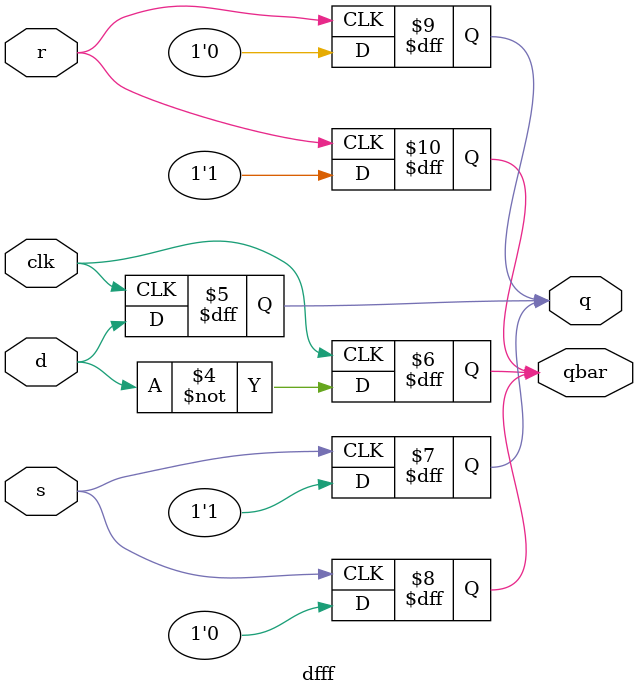
<source format=v>
module dfff (clk, s, r, d, q, qbar);
	input clk, s, r, d;
	output q,qbar;
	reg q,qbar;
	always @(posedge r) begin
		q = 1'b0;
		qbar = 1'b1;
		end
	always @(posedge s) begin
		q = 1'b1;
		qbar = 1'b0;
		end
	always @(posedge clk) begin
		q = d;
		qbar = ~d;
		end

endmodule
</source>
